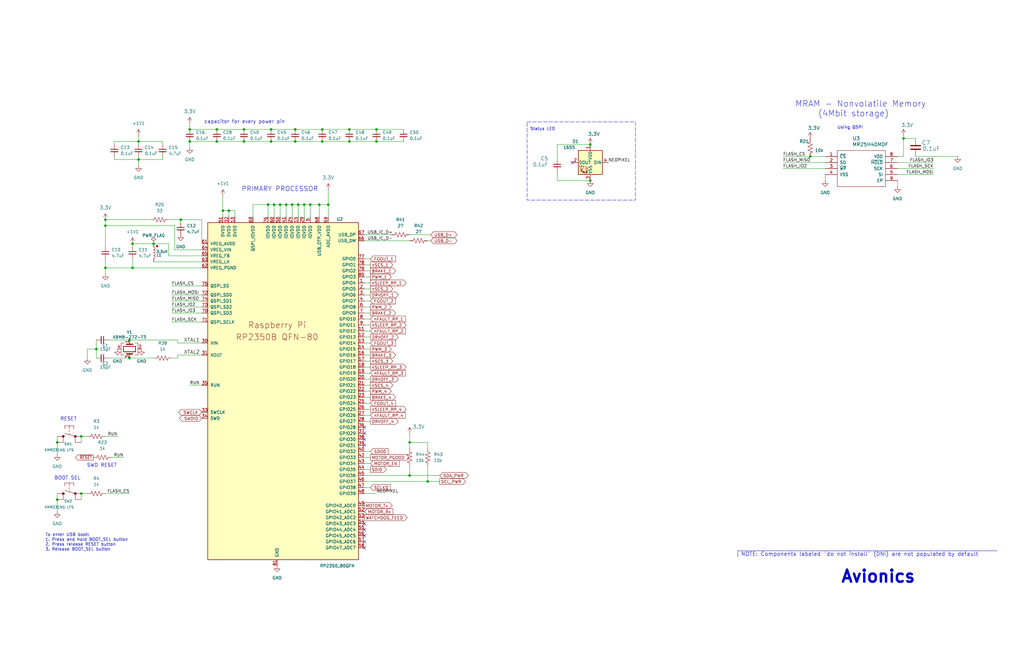
<source format=kicad_sch>
(kicad_sch (version 20250114) (generator "eeschema") (generator_version "9.0")
  (paper "USLedger")
  (title_block (title "Reaction Wheel Motor Board") (date "2025-08-27") (rev "1.2") (company "Stanford Student Space Initiative") (comment 1 "Carson Lauer"))
  (lib_symbols
    (symbol "Device:C" (pin_numbers (hide yes)) (pin_names (offset 0.254))
      (property "Reference" "C" (at 0.635 2.54 0))
      (property "Value" "C" (at 0.635 -2.54 0))
      (symbol "C_0_1"
        (polyline (pts (xy -2.032 0.762) (xy 2.032 0.762)) (stroke (width 0.508)))
        (polyline (pts (xy -2.032 -0.762) (xy 2.032 -0.762)) (stroke (width 0.508)))
      )
      (symbol "C_1_1"
        (pin passive line (at 0 3.81 270) (length 2.794) (name "~") (number "1"))
        (pin passive line (at 0 -3.81 90) (length 2.794) (name "~") (number "2"))
      )
    )
    (symbol "Device:C_Small" (pin_numbers (hide yes)) (pin_names (offset 0.254) (hide yes))
      (property "Reference" "C" (at 0.254 1.778 0))
      (property "Value" "C_Small" (at 0.254 -2.032 0))
      (symbol "C_Small_0_1"
        (polyline (pts (xy -1.524 0.508) (xy 1.524 0.508)) (stroke (width 0.3048)))
        (polyline (pts (xy -1.524 -0.508) (xy 1.524 -0.508)) (stroke (width 0.3302)))
      )
      (symbol "C_Small_1_1"
        (pin passive line (at 0 2.54 270) (length 2.032) (name "~") (number "1"))
        (pin passive line (at 0 -2.54 90) (length 2.032) (name "~") (number "2"))
      )
    )
    (symbol "Device:Crystal_GND24" (pin_names (offset 1.016) (hide yes))
      (property "Reference" "Y" (at 3.175 5.08 0))
      (property "Value" "Crystal_GND24" (at 3.175 3.175 0))
      (symbol "Crystal_GND24_0_1"
        (polyline (pts (xy -2.54 2.286) (xy -2.54 3.556) (xy 2.54 3.556) (xy 2.54 2.286)))
        (polyline (pts (xy -2.54 0) (xy -2.032 0)))
        (polyline (pts (xy -2.54 -2.286) (xy -2.54 -3.556) (xy 2.54 -3.556) (xy 2.54 -2.286)))
        (polyline (pts (xy -2.032 -1.27) (xy -2.032 1.27)) (stroke (width 0.508)))
        (rectangle (start -1.143 2.54) (end 1.143 -2.54) (stroke (width 0.3048)))
        (polyline (pts (xy 0 3.556) (xy 0 3.81)))
        (polyline (pts (xy 0 -3.81) (xy 0 -3.556)))
        (polyline (pts (xy 2.032 0) (xy 2.54 0)))
        (polyline (pts (xy 2.032 -1.27) (xy 2.032 1.27)) (stroke (width 0.508)))
      )
      (symbol "Crystal_GND24_1_1"
        (pin passive line (at -3.81 0 0) (length 1.27) (name "1") (number "1"))
        (pin passive line (at 0 5.08 270) (length 1.27) (name "2") (number "2"))
        (pin passive line (at 0 -5.08 90) (length 1.27) (name "4") (number "4"))
        (pin passive line (at 3.81 0 180) (length 1.27) (name "3") (number "3"))
      )
    )
    (symbol "Device:R_US" (pin_numbers (hide yes)) (pin_names (offset 0))
      (property "Reference" "R" (at 2.54 0 90))
      (property "Value" "R_US" (at -2.54 0 90))
      (symbol "R_US_0_1"
        (polyline (pts (xy 0 2.286) (xy 0 2.54)))
        (polyline (pts (xy 0 2.286) (xy 1.016 1.905) (xy 0 1.524) (xy -1.016 1.143) (xy 0 0.762)))
        (polyline (pts (xy 0 0.762) (xy 1.016 0.381) (xy 0 0) (xy -1.016 -0.381) (xy 0 -0.762)))
        (polyline (pts (xy 0 -0.762) (xy 1.016 -1.143) (xy 0 -1.524) (xy -1.016 -1.905) (xy 0 -2.286)))
        (polyline (pts (xy 0 -2.286) (xy 0 -2.54)))
      )
      (symbol "R_US_1_1"
        (pin passive line (at 0 3.81 270) (length 1.27) (name "~") (number "1"))
        (pin passive line (at 0 -3.81 90) (length 1.27) (name "~") (number "2"))
      )
    )
    (symbol "LED:WS2812B" (pin_names (offset 0.254))
      (property "Reference" "D" (at 5.08 5.715 0))
      (property "Value" "WS2812B" (at 1.27 -5.715 0))
      (symbol "WS2812B_0_0"
        (text "RGB" (at 2.286 -4.191 0) (effects (font (size 0.762 0.762))))
      )
      (symbol "WS2812B_0_1"
        (polyline (pts (xy 1.27 -2.54) (xy 1.778 -2.54)))
        (polyline (pts (xy 1.27 -3.556) (xy 1.778 -3.556)))
        (polyline (pts (xy 2.286 -1.524) (xy 1.27 -2.54) (xy 1.27 -2.032)))
        (polyline (pts (xy 2.286 -2.54) (xy 1.27 -3.556) (xy 1.27 -3.048)))
        (polyline (pts (xy 3.683 -1.016) (xy 3.683 -3.556) (xy 3.683 -4.064)))
        (polyline (pts (xy 4.699 -1.524) (xy 2.667 -1.524) (xy 3.683 -3.556) (xy 4.699 -1.524)))
        (polyline (pts (xy 4.699 -3.556) (xy 2.667 -3.556)))
        (rectangle (start 5.08 5.08) (end -5.08 -5.08) (stroke (width 0.254)) (fill (type background)))
      )
      (symbol "WS2812B_1_1"
        (pin input line (at -7.62 0 0) (length 2.54) (name "DIN") (number "4"))
        (pin power_in line (at 0 7.62 270) (length 2.54) (name "VDD") (number "1"))
        (pin power_in line (at 0 -7.62 90) (length 2.54) (name "VSS") (number "3"))
        (pin output line (at 7.62 0 180) (length 2.54) (name "DOUT") (number "2"))
      )
    )
    (symbol "power:+1V1" (power) (pin_numbers (hide yes)) (pin_names (offset 0) (hide yes))
      (property "Value" "+1V1" (at 0 3.556 0))
      (symbol "+1V1_0_1"
        (polyline (pts (xy -0.762 1.27) (xy 0 2.54)))
        (polyline (pts (xy 0 2.54) (xy 0.762 1.27)))
        (polyline (pts (xy 0 0) (xy 0 2.54)))
      )
      (symbol "+1V1_1_1"
        (pin power_in line (at 0 0 90) (length 0) (name "~") (number "1"))
      )
    )
    (symbol "power:+3.3V" (power) (pin_numbers (hide yes)) (pin_names (offset 0) (hide yes))
      (property "Value" "+3.3V" (at 0 3.556 0))
      (symbol "+3.3V_0_1"
        (polyline (pts (xy -0.762 1.27) (xy 0 2.54)))
        (polyline (pts (xy 0 2.54) (xy 0.762 1.27)))
        (polyline (pts (xy 0 0) (xy 0 2.54)))
      )
      (symbol "+3.3V_1_1"
        (pin power_in line (at 0 0 90) (length 0) (name "~") (number "1"))
      )
    )
    (symbol "power:GND" (power) (pin_numbers (hide yes)) (pin_names (offset 0) (hide yes))
      (property "Value" "GND" (at 0 -3.81 0))
      (symbol "GND_0_1"
        (polyline (pts (xy 0 0) (xy 0 -1.27) (xy 1.27 -1.27) (xy 0 -2.54) (xy -1.27 -1.27) (xy 0 -1.27)))
      )
      (symbol "GND_1_1"
        (pin power_in line (at 0 0 270) (length 0) (name "~") (number "1"))
      )
    )
    (symbol "power:PWR_FLAG" (power) (pin_numbers (hide yes)) (pin_names (offset 0) (hide yes))
      (property "Value" "PWR_FLAG" (at 0 3.81 0))
      (symbol "PWR_FLAG_0_0"
        (pin power_out line (at 0 0 90) (length 0) (name "~") (number "1"))
      )
      (symbol "PWR_FLAG_0_1"
        (polyline (pts (xy 0 0) (xy 0 1.27) (xy -1.016 1.905) (xy 0 2.54) (xy 1.016 1.905) (xy 0 1.27)))
      )
    )
    (symbol "ssi_IC:MR25H40MDF" (pin_names (offset 1.016))
      (property "Reference" "U" (at 11.43 7.62 0))
      (property "Value" "MR25H40MDF" (at 11.43 5.08 0))
      (symbol "MR25H40MDF_1_0"
        (polyline (pts (xy 5.08 2.54) (xy 5.08 -12.7)))
        (polyline (pts (xy 5.08 2.54) (xy 25.4 2.54)))
        (polyline (pts (xy 25.4 -12.7) (xy 5.08 -12.7)))
        (polyline (pts (xy 25.4 -12.7) (xy 25.4 2.54)))
        (pin input line (at 0 0 0) (length 5.08) (name "~{CS}") (number "1"))
        (pin output line (at 0 -2.54 0) (length 5.08) (name "SO") (number "2"))
        (pin input line (at 0 -5.08 0) (length 5.08) (name "~{WP}") (number "3"))
        (pin power_in line (at 0 -7.62 0) (length 5.08) (name "VSS") (number "4"))
        (pin power_in line (at 30.48 0 180) (length 5.08) (name "VDD") (number "8"))
        (pin input line (at 30.48 -2.54 180) (length 5.08) (name "~{HOLD}") (number "7"))
        (pin input line (at 30.48 -5.08 180) (length 5.08) (name "SCK") (number "6"))
        (pin input line (at 30.48 -7.62 180) (length 5.08) (name "SI") (number "5"))
        (pin power_in line (at 30.48 -10.16 180) (length 5.08) (name "EP") (number "9"))
      )
    )
    (symbol "ssi_IC:RP2350_80QFN" (pin_names (offset 1.016))
      (property "Reference" "U" (at -29.21 49.53 0))
      (property "Value" "RP2350_80QFN" (at 25.4 -96.52 0))
      (symbol "RP2350_80QFN_0_0"
        (text "Raspberry Pi" (at 0 5.08 0) (effects (font (size 2.54 2.54))))
      )
      (symbol "RP2350_80QFN_0_1"
        (rectangle (start -29.21 48.26) (end 34.29 -93.98) (stroke (width 0.254)) (fill (type background)))
      )
      (symbol "RP2350_80QFN_1_0"
        (text "RP2350B QFN-80" (at 0 0 0) (effects (font (size 2.54 2.54))))
      )
      (symbol "RP2350_80QFN_1_1"
        (pin power_out line (at -31.75 39.37 0) (length 2.54) (name "VREG_AVDD") (number "61"))
        (pin power_in line (at -31.75 36.83 0) (length 2.54) (name "VREG_VIN") (number "64"))
        (pin input line (at -31.75 34.29 0) (length 2.54) (name "VREG_FB") (number "65"))
        (pin power_out line (at -31.75 31.75 0) (length 2.54) (name "VREG_LX") (number "63"))
        (pin power_in line (at -31.75 29.21 0) (length 2.54) (name "VREG_PGND") (number "62"))
        (pin bidirectional line (at -31.75 21.59 0) (length 2.54) (name "QSPI_SS") (number "75"))
        (pin bidirectional line (at -31.75 17.78 0) (length 2.54) (name "QSPI_SD0") (number "72"))
        (pin bidirectional line (at -31.75 15.24 0) (length 2.54) (name "QSPI_SD1") (number "74"))
        (pin bidirectional line (at -31.75 12.7 0) (length 2.54) (name "QSPI_SD2") (number "73"))
        (pin bidirectional line (at -31.75 10.16 0) (length 2.54) (name "QSPI_SD3") (number "70"))
        (pin output line (at -31.75 6.35 0) (length 2.54) (name "QSPI_SCLK") (number "71"))
        (pin input line (at -31.75 -2.54 0) (length 2.54) (name "XIN") (number "30"))
        (pin passive line (at -31.75 -7.62 0) (length 2.54) (name "XOUT") (number "31"))
        (pin input line (at -31.75 -20.32 0) (length 2.54) (name "RUN") (number "35"))
        (pin output line (at -31.75 -31.75 0) (length 2.54) (name "SWCLK") (number "33"))
        (pin bidirectional line (at -31.75 -34.29 0) (length 2.54) (name "SWD") (number "34"))
        (pin power_in line (at -22.86 50.8 270) (length 2.54) (name "DVDD") (number "51"))
        (pin power_in line (at -20.32 50.8 270) (length 2.54) (name "DVDD") (number "32"))
        (pin power_in line (at -17.78 50.8 270) (length 2.54) (name "DVDD") (number "10"))
        (pin power_in line (at -10.16 50.8 270) (length 2.54) (name "QSPI_IOVDD") (number "69"))
        (pin power_in line (at -3.81 50.8 270) (length 2.54) (name "IOVDD") (number "76"))
        (pin power_in line (at -1.27 50.8 270) (length 2.54) (name "IOVDD") (number "60"))
        (pin power_in line (at 0 -96.52 90) (length 2.54) (name "GND") (number "81"))
        (pin power_in line (at 1.27 50.8 270) (length 2.54) (name "IOVDD") (number "50"))
        (pin power_in line (at 3.81 50.8 270) (length 2.54) (name "IOVDD") (number "41"))
        (pin power_in line (at 6.35 50.8 270) (length 2.54) (name "IOVDD") (number "24"))
        (pin power_in line (at 8.89 50.8 270) (length 2.54) (name "IOVDD") (number "15"))
        (pin power_in line (at 11.43 50.8 270) (length 2.54) (name "IOVDD") (number "29"))
        (pin power_in line (at 13.97 50.8 270) (length 2.54) (name "IOVDD") (number "5"))
        (pin power_in line (at 17.78 50.8 270) (length 2.54) (name "USB_OTP_VDD") (number "68"))
        (pin power_in line (at 21.59 50.8 270) (length 2.54) (name "ADC_AVDD") (number "59"))
        (pin bidirectional line (at 36.83 43.18 180) (length 2.54) (name "USB_DP") (number "67"))
        (pin bidirectional line (at 36.83 40.64 180) (length 2.54) (name "USB_DM") (number "66"))
        (pin bidirectional line (at 36.83 33.02 180) (length 2.54) (name "GPIO0") (number "77"))
        (pin bidirectional line (at 36.83 30.48 180) (length 2.54) (name "GPIO1") (number "78"))
        (pin bidirectional line (at 36.83 27.94 180) (length 2.54) (name "GPIO2") (number "79"))
        (pin bidirectional line (at 36.83 25.4 180) (length 2.54) (name "GPIO3") (number "80"))
        (pin bidirectional line (at 36.83 22.86 180) (length 2.54) (name "GPIO4") (number "1"))
        (pin bidirectional line (at 36.83 20.32 180) (length 2.54) (name "GPIO5") (number "2"))
        (pin bidirectional line (at 36.83 17.78 180) (length 2.54) (name "GPIO6") (number "3"))
        (pin bidirectional line (at 36.83 15.24 180) (length 2.54) (name "GPIO7") (number "4"))
        (pin bidirectional line (at 36.83 12.7 180) (length 2.54) (name "GPIO8") (number "6"))
        (pin bidirectional line (at 36.83 10.16 180) (length 2.54) (name "GPIO9") (number "7"))
        (pin bidirectional line (at 36.83 7.62 180) (length 2.54) (name "GPIO10") (number "8"))
        (pin bidirectional line (at 36.83 5.08 180) (length 2.54) (name "GPIO11") (number "9"))
        (pin bidirectional line (at 36.83 2.54 180) (length 2.54) (name "GPIO12") (number "11"))
        (pin bidirectional line (at 36.83 0 180) (length 2.54) (name "GPIO13") (number "12"))
        (pin bidirectional line (at 36.83 -2.54 180) (length 2.54) (name "GPIO14") (number "13"))
        (pin bidirectional line (at 36.83 -5.08 180) (length 2.54) (name "GPIO15") (number "14"))
        (pin bidirectional line (at 36.83 -7.62 180) (length 2.54) (name "GPIO16") (number "16"))
        (pin bidirectional line (at 36.83 -10.16 180) (length 2.54) (name "GPIO17") (number "17"))
        (pin bidirectional line (at 36.83 -12.7 180) (length 2.54) (name "GPIO18") (number "18"))
        (pin bidirectional line (at 36.83 -15.24 180) (length 2.54) (name "GPIO19") (number "19"))
        (pin bidirectional line (at 36.83 -17.78 180) (length 2.54) (name "GPIO20") (number "20"))
        (pin bidirectional line (at 36.83 -20.32 180) (length 2.54) (name "GPIO21") (number "21"))
        (pin bidirectional line (at 36.83 -22.86 180) (length 2.54) (name "GPIO22") (number "22"))
        (pin bidirectional line (at 36.83 -25.4 180) (length 2.54) (name "GPIO23") (number "23"))
        (pin bidirectional line (at 36.83 -27.94 180) (length 2.54) (name "GPIO24") (number "25"))
        (pin bidirectional line (at 36.83 -30.48 180) (length 2.54) (name "GPIO25") (number "26"))
        (pin bidirectional line (at 36.83 -33.02 180) (length 2.54) (name "GPIO26") (number "27"))
        (pin bidirectional line (at 36.83 -35.56 180) (length 2.54) (name "GPIO27") (number "28"))
        (pin bidirectional line (at 36.83 -38.1 180) (length 2.54) (name "GPIO28") (number "36"))
        (pin bidirectional line (at 36.83 -40.64 180) (length 2.54) (name "GPIO29") (number "37"))
        (pin bidirectional line (at 36.83 -43.18 180) (length 2.54) (name "GPIO30") (number "38"))
        (pin bidirectional line (at 36.83 -45.72 180) (length 2.54) (name "GPIO31") (number "39"))
        (pin bidirectional line (at 36.83 -48.26 180) (length 2.54) (name "GPIO32") (number "40"))
        (pin bidirectional line (at 36.83 -50.8 180) (length 2.54) (name "GPIO33") (number "42"))
        (pin bidirectional line (at 36.83 -53.34 180) (length 2.54) (name "GPIO34") (number "43"))
        (pin bidirectional line (at 36.83 -55.88 180) (length 2.54) (name "GPIO35") (number "44"))
        (pin bidirectional line (at 36.83 -58.42 180) (length 2.54) (name "GPIO36") (number "45"))
        (pin bidirectional line (at 36.83 -60.96 180) (length 2.54) (name "GPIO37") (number "46"))
        (pin bidirectional line (at 36.83 -63.5 180) (length 2.54) (name "GPIO38") (number "47"))
        (pin bidirectional line (at 36.83 -66.04 180) (length 2.54) (name "GPIO39") (number "48"))
        (pin bidirectional line (at 36.83 -71.12 180) (length 2.54) (name "GPIO40_ADC0") (number "49"))
        (pin bidirectional line (at 36.83 -73.66 180) (length 2.54) (name "GPIO41_ADC1") (number "52"))
        (pin bidirectional line (at 36.83 -76.2 180) (length 2.54) (name "GPIO42_ADC2") (number "53"))
        (pin bidirectional line (at 36.83 -78.74 180) (length 2.54) (name "GPIO43_ADC3") (number "54"))
        (pin bidirectional line (at 36.83 -81.28 180) (length 2.54) (name "GPIO44_ADC4") (number "55"))
        (pin bidirectional line (at 36.83 -83.82 180) (length 2.54) (name "GPIO45_ADC5") (number "56"))
        (pin bidirectional line (at 36.83 -86.36 180) (length 2.54) (name "GPIO46_ADC6") (number "57"))
        (pin bidirectional line (at 36.83 -88.9 180) (length 2.54) (name "GPIO47_ADC7") (number "58"))
      )
    )
    (symbol "ssi_inductor:AOTA-B201610S3R3-101-T" (pin_numbers (hide yes)) (pin_names (offset 1.016) (hide yes))
      (property "Reference" "L" (at 2.286 -1.016 0))
      (property "Value" "3.3uH" (at 3.302 0.508 0))
      (symbol "AOTA-B201610S3R3-101-T_0_1"
        (arc (start 0 2.54) (mid 0.6323 1.905) (end 0 1.27))
        (arc (start 0 1.27) (mid 0.6323 0.635) (end 0 0))
        (arc (start 0 0) (mid 0.6323 -0.635) (end 0 -1.27))
        (arc (start 0 -1.27) (mid 0.6323 -1.905) (end 0 -2.54))
      )
      (symbol "AOTA-B201610S3R3-101-T_1_1"
        (circle (center 1.524 2.794) (radius 0.381) (fill (type outline)))
        (pin passive line (at 0 3.81 270) (length 1.27) (name "1") (number "1"))
        (pin passive line (at 0 -3.81 90) (length 1.27) (name "2") (number "2"))
      )
    )
    (symbol "ssi_switch:KMR231NG LFS" (pin_names (offset 1.016))
      (property "Reference" "SW" (at -2.54 6.35 0))
      (property "Value" "KMR231NG LFS" (at -2.54 -5.08 0))
      (symbol "KMR231NG LFS_1_0"
        (circle (center -2.54 0) (radius 0.127) (stroke (width 0.4064)))
        (polyline (pts (xy -2.54 0) (xy 1.905 1.27)))
        (polyline (pts (xy -2.54 -2.54) (xy -2.54 0)))
        (polyline (pts (xy -1.905 4.445) (xy -1.905 3.175)))
        (polyline (pts (xy 0 4.445) (xy -1.905 4.445)))
        (polyline (pts (xy 0 4.445) (xy 0 3.175)))
        (polyline (pts (xy 0 2.54) (xy 0 1.905)))
        (polyline (pts (xy 0 1.27) (xy 0 0.635)))
        (polyline (pts (xy 1.905 4.445) (xy 0 4.445)))
        (polyline (pts (xy 1.905 4.445) (xy 1.905 3.175)))
        (polyline (pts (xy 1.905 0) (xy 2.54 0)))
        (circle (center 2.54 0) (radius 0.127) (stroke (width 0.4064)))
        (polyline (pts (xy 2.54 -2.54) (xy 2.54 0)))
        (pin passive line (at -5.08 0 0) (length 2.54) (name "P") (number "A"))
        (pin passive line (at -5.08 -2.54 0) (length 2.54) (name "P1") (number "A'"))
        (pin passive line (at 5.08 0 180) (length 2.54) (name "S") (number "B"))
        (pin passive line (at 5.08 -2.54 180) (length 2.54) (name "S1") (number "B'"))
      )
    )
  )
  (rectangle (start 222.25 51.435) (end 267.97 84.455) (stroke (width 0) (type dash)))
  (text "SWD RESET\n" (at 36.576 197.358 0) (effects (font (size 1.4986 1.4986)) (justify left bottom)))
  (text "Avionics" (at 354.33 246.38 0) (effects (font (size 5.08 5.08) (thickness 1.016) (bold yes)) (justify left bottom)))
  (text "MRAM - Nonvolatile Memory\n     (4Mbit storage)" (at 335.28 49.53 0) (effects (font (size 2.54 2.54)) (justify left bottom)))
  (text "BOOT SEL" (at 22.86 202.692 0) (effects (font (size 1.4986 1.4986)) (justify left bottom)))
  (text "Using QSPI" (at 353.06 54.61 0) (effects (font (size 1.27 1.27)) (justify left bottom)))
  (text "PRIMARY PROCESSOR" (at 101.854 81.026 0) (effects (font (size 2.0066 2.0066)) (justify left bottom)))
  (text "NOTE: Components labeled \"do not install\" (DNI) are not populated by default" (at 312.42 234.95 0) (effects (font (size 1.651 1.651)) (justify left bottom)))
  (text "RESET" (at 25.4 177.8 0) (effects (font (size 1.4986 1.4986)) (justify left bottom)))
  (text "To enter USB boot:\n1. Press and hold BOOT_SEL button\n2. Press release RESET button\n3. Release BOOT_SEL button" (at 19.05 228.854 0) (effects (font (size 1.27 1.27)) (justify left)))
  (text "capacitor for every power pin\n" (at 86.106 52.324 0) (effects (font (size 1.4986 1.4986)) (justify left bottom)))
  (text "Status LED" (at 223.52 55.245 0) (effects (font (size 1.27 1.27)) (justify left bottom)))
  (junction (at 34.29 208.28))
  (junction (at 124.46 59.69))
  (junction (at 54.61 151.13))
  (junction (at 114.3 54.61))
  (junction (at 58.42 67.31))
  (junction (at 180.34 203.2))
  (junction (at 138.43 86.36))
  (junction (at 248.92 76.2))
  (junction (at 24.13 186.69))
  (junction (at 125.73 86.36))
  (junction (at 80.01 54.61))
  (junction (at 147.32 59.69))
  (junction (at 381 58.42))
  (junction (at 91.44 59.69))
  (junction (at 128.27 86.36))
  (junction (at 341.63 66.04))
  (junction (at 55.88 102.87))
  (junction (at 130.81 86.36))
  (junction (at 120.65 86.36))
  (junction (at 44.45 92.71))
  (junction (at 134.62 86.36))
  (junction (at 76.2 92.71))
  (junction (at 118.11 86.36))
  (junction (at 96.52 88.9))
  (junction (at 158.75 54.61))
  (junction (at 44.45 113.03))
  (junction (at 248.92 60.96))
  (junction (at 172.72 200.66))
  (junction (at 34.29 184.15))
  (junction (at 102.87 59.69))
  (junction (at 115.57 86.36))
  (junction (at 102.87 54.61))
  (junction (at 147.32 54.61))
  (junction (at 58.42 59.69))
  (junction (at 124.46 54.61))
  (junction (at 172.72 186.69))
  (junction (at 55.88 113.03))
  (junction (at 91.44 54.61))
  (junction (at 40.64 147.32))
  (junction (at 24.13 210.82))
  (junction (at 158.75 59.69))
  (junction (at 93.98 88.9))
  (junction (at 135.89 54.61))
  (junction (at 54.61 143.51))
  (junction (at 114.3 59.69))
  (junction (at 123.19 86.36))
  (junction (at 113.03 86.36))
  (junction (at 44.45 95.25))
  (junction (at 80.01 59.69))
  (junction (at 64.77 102.87))
  (junction (at 135.89 59.69))
  (no_connect (at 153.67 226.06))
  (no_connect (at 153.67 231.14))
  (no_connect (at 241.3 68.58))
  (no_connect (at 153.67 180.34))
  (no_connect (at 153.67 187.96))
  (no_connect (at 153.67 185.42))
  (no_connect (at 153.67 220.98))
  (no_connect (at 153.67 182.88))
  (no_connect (at 153.67 223.52))
  (no_connect (at 153.67 228.6))
  (wire (pts (xy 156.21 129.54) (xy 153.67 129.54)))
  (wire (pts (xy 85.09 107.95) (xy 71.12 107.95)))
  (wire (pts (xy 115.57 86.36) (xy 115.57 91.44)))
  (wire (pts (xy 181.61 99.06) (xy 172.72 99.06)))
  (wire (pts (xy 115.57 86.36) (xy 113.03 86.36)))
  (wire (pts (xy 85.09 144.78) (xy 74.93 144.78)))
  (wire (pts (xy 44.45 92.71) (xy 44.45 95.25)))
  (wire (pts (xy 156.21 132.08) (xy 153.67 132.08)))
  (wire (pts (xy 74.93 149.86) (xy 74.93 151.13)))
  (wire (pts (xy 135.89 54.61) (xy 147.32 54.61)))
  (wire (pts (xy 24.13 210.82) (xy 24.13 215.9)))
  (wire (pts (xy 91.44 54.61) (xy 102.87 54.61)))
  (wire (pts (xy 48.26 67.31) (xy 58.42 67.31)))
  (wire (pts (xy 378.46 71.12) (xy 393.7 71.12)))
  (wire (pts (xy 72.39 151.13) (xy 74.93 151.13)))
  (wire (pts (xy 172.72 182.88) (xy 172.72 186.69)))
  (wire (pts (xy 106.68 86.36) (xy 113.03 86.36)))
  (polyline (pts (xy 311.15 234.95) (xy 311.15 232.41)))
  (wire (pts (xy 34.29 210.82) (xy 34.29 208.28)))
  (wire (pts (xy 80.01 162.56) (xy 85.09 162.56)))
  (wire (pts (xy 386.08 66.04) (xy 403.86 66.04)))
  (wire (pts (xy 153.67 127) (xy 156.21 127)))
  (wire (pts (xy 58.42 67.31) (xy 68.58 67.31)))
  (wire (pts (xy 153.67 121.92) (xy 156.21 121.92)))
  (wire (pts (xy 153.67 116.84) (xy 156.21 116.84)))
  (wire (pts (xy 72.39 124.46) (xy 85.09 124.46)))
  (wire (pts (xy 55.88 102.87) (xy 55.88 104.14)))
  (wire (pts (xy 72.39 120.65) (xy 85.09 120.65)))
  (wire (pts (xy 128.27 86.36) (xy 128.27 91.44)))
  (wire (pts (xy 99.06 91.44) (xy 99.06 88.9)))
  (wire (pts (xy 381 66.04) (xy 381 58.42)))
  (wire (pts (xy 72.39 129.54) (xy 85.09 129.54)))
  (wire (pts (xy 93.98 88.9) (xy 96.52 88.9)))
  (wire (pts (xy 156.21 154.94) (xy 153.67 154.94)))
  (wire (pts (xy 156.21 137.16) (xy 153.67 137.16)))
  (wire (pts (xy 153.67 193.04) (xy 156.21 193.04)))
  (wire (pts (xy 378.46 66.04) (xy 381 66.04)))
  (wire (pts (xy 80.01 54.61) (xy 91.44 54.61)))
  (wire (pts (xy 234.95 76.2) (xy 248.92 76.2)))
  (wire (pts (xy 185.42 203.2) (xy 180.34 203.2)))
  (wire (pts (xy 64.77 110.49) (xy 85.09 110.49)))
  (wire (pts (xy 185.42 200.66) (xy 172.72 200.66)))
  (wire (pts (xy 80.01 52.07) (xy 80.01 54.61)))
  (wire (pts (xy 73.66 105.41) (xy 73.66 95.25)))
  (wire (pts (xy 130.81 86.36) (xy 128.27 86.36)))
  (wire (pts (xy 58.42 57.15) (xy 58.42 59.69)))
  (wire (pts (xy 85.09 92.71) (xy 85.09 102.87)))
  (wire (pts (xy 153.67 205.74) (xy 156.21 205.74)))
  (wire (pts (xy 54.61 151.13) (xy 64.77 151.13)))
  (wire (pts (xy 153.67 157.48) (xy 156.21 157.48)))
  (wire (pts (xy 156.21 165.1) (xy 153.67 165.1)))
  (wire (pts (xy 44.45 184.15) (xy 49.53 184.15)))
  (wire (pts (xy 63.5 92.71) (xy 44.45 92.71)))
  (wire (pts (xy 36.83 147.32) (xy 40.64 147.32)))
  (wire (pts (xy 71.12 107.95) (xy 71.12 102.87)))
  (wire (pts (xy 123.19 86.36) (xy 123.19 91.44)))
  (wire (pts (xy 48.26 60.96) (xy 48.26 59.69)))
  (wire (pts (xy 124.46 54.61) (xy 135.89 54.61)))
  (wire (pts (xy 96.52 88.9) (xy 99.06 88.9)))
  (wire (pts (xy 153.67 200.66) (xy 172.72 200.66)))
  (wire (pts (xy 156.21 160.02) (xy 153.67 160.02)))
  (wire (pts (xy 120.65 86.36) (xy 118.11 86.36)))
  (wire (pts (xy 181.61 101.6) (xy 180.34 101.6)))
  (wire (pts (xy 102.87 54.61) (xy 114.3 54.61)))
  (wire (pts (xy 158.75 208.28) (xy 153.67 208.28)))
  (wire (pts (xy 72.39 135.89) (xy 85.09 135.89)))
  (wire (pts (xy 234.95 60.96) (xy 234.95 67.31)))
  (wire (pts (xy 54.61 143.51) (xy 74.93 143.51)))
  (wire (pts (xy 330.2 68.58) (xy 347.98 68.58)))
  (wire (pts (xy 58.42 67.31) (xy 58.42 69.85)))
  (wire (pts (xy 156.21 114.3) (xy 153.67 114.3)))
  (wire (pts (xy 80.01 59.69) (xy 80.01 62.23)))
  (wire (pts (xy 153.67 195.58) (xy 156.21 195.58)))
  (wire (pts (xy 58.42 59.69) (xy 58.42 60.96)))
  (wire (pts (xy 44.45 113.03) (xy 44.45 115.57)))
  (wire (pts (xy 93.98 88.9) (xy 93.98 91.44)))
  (wire (pts (xy 72.39 132.08) (xy 85.09 132.08)))
  (wire (pts (xy 347.98 73.66) (xy 347.98 76.2)))
  (wire (pts (xy 73.66 95.25) (xy 44.45 95.25)))
  (wire (pts (xy 153.67 162.56) (xy 156.21 162.56)))
  (wire (pts (xy 72.39 127) (xy 85.09 127)))
  (wire (pts (xy 147.32 54.61) (xy 158.75 54.61)))
  (wire (pts (xy 130.81 86.36) (xy 130.81 91.44)))
  (wire (pts (xy 44.45 208.28) (xy 54.61 208.28)))
  (wire (pts (xy 91.44 59.69) (xy 102.87 59.69)))
  (wire (pts (xy 234.95 60.96) (xy 248.92 60.96)))
  (wire (pts (xy 156.21 152.4) (xy 153.67 152.4)))
  (wire (pts (xy 156.21 119.38) (xy 153.67 119.38)))
  (wire (pts (xy 64.77 102.87) (xy 71.12 102.87)))
  (wire (pts (xy 156.21 111.76) (xy 153.67 111.76)))
  (wire (pts (xy 180.34 189.23) (xy 180.34 186.69)))
  (wire (pts (xy 135.89 59.69) (xy 147.32 59.69)))
  (wire (pts (xy 36.83 151.13) (xy 36.83 147.32)))
  (wire (pts (xy 106.68 91.44) (xy 106.68 86.36)))
  (wire (pts (xy 44.45 113.03) (xy 55.88 113.03)))
  (wire (pts (xy 80.01 59.69) (xy 91.44 59.69)))
  (wire (pts (xy 386.08 58.42) (xy 381 58.42)))
  (wire (pts (xy 156.21 177.8) (xy 153.67 177.8)))
  (wire (pts (xy 124.46 59.69) (xy 135.89 59.69)))
  (wire (pts (xy 330.2 71.12) (xy 347.98 71.12)))
  (wire (pts (xy 165.1 99.06) (xy 153.67 99.06)))
  (wire (pts (xy 156.21 147.32) (xy 153.67 147.32)))
  (wire (pts (xy 114.3 54.61) (xy 124.46 54.61)))
  (wire (pts (xy 153.67 175.26) (xy 156.21 175.26)))
  (wire (pts (xy 158.75 59.69) (xy 170.18 59.69)))
  (wire (pts (xy 153.67 190.5) (xy 156.21 190.5)))
  (wire (pts (xy 58.42 59.69) (xy 68.58 59.69)))
  (wire (pts (xy 378.46 73.66) (xy 393.7 73.66)))
  (wire (pts (xy 113.03 86.36) (xy 113.03 91.44)))
  (wire (pts (xy 76.2 92.71) (xy 71.12 92.71)))
  (wire (pts (xy 156.21 167.64) (xy 153.67 167.64)))
  (wire (pts (xy 114.3 59.69) (xy 124.46 59.69)))
  (wire (pts (xy 153.67 139.7) (xy 156.21 139.7)))
  (wire (pts (xy 156.21 142.24) (xy 153.67 142.24)))
  (wire (pts (xy 45.72 143.51) (xy 54.61 143.51)))
  (wire (pts (xy 118.11 86.36) (xy 118.11 91.44)))
  (wire (pts (xy 76.2 92.71) (xy 76.2 93.98)))
  (wire (pts (xy 378.46 76.2) (xy 378.46 78.74)))
  (wire (pts (xy 156.21 172.72) (xy 153.67 172.72)))
  (wire (pts (xy 180.34 186.69) (xy 172.72 186.69)))
  (wire (pts (xy 134.62 86.36) (xy 130.81 86.36)))
  (wire (pts (xy 24.13 184.15) (xy 24.13 186.69)))
  (wire (pts (xy 156.21 149.86) (xy 153.67 149.86)))
  (wire (pts (xy 74.93 144.78) (xy 74.93 143.51)))
  (wire (pts (xy 55.88 113.03) (xy 85.09 113.03)))
  (wire (pts (xy 85.09 149.86) (xy 74.93 149.86)))
  (wire (pts (xy 34.29 208.28) (xy 36.83 208.28)))
  (wire (pts (xy 48.26 66.04) (xy 48.26 67.31)))
  (wire (pts (xy 85.09 92.71) (xy 76.2 92.71)))
  (wire (pts (xy 330.2 66.04) (xy 341.63 66.04)))
  (polyline (pts (xy 311.15 232.41) (xy 420.37 232.41)))
  (wire (pts (xy 341.63 66.04) (xy 347.98 66.04)))
  (wire (pts (xy 44.45 109.22) (xy 44.45 113.03)))
  (wire (pts (xy 234.95 72.39) (xy 234.95 76.2)))
  (wire (pts (xy 46.99 193.04) (xy 52.07 193.04)))
  (wire (pts (xy 134.62 86.36) (xy 134.62 91.44)))
  (wire (pts (xy 40.64 147.32) (xy 40.64 151.13)))
  (wire (pts (xy 34.29 186.69) (xy 34.29 184.15)))
  (wire (pts (xy 378.46 68.58) (xy 393.7 68.58)))
  (wire (pts (xy 102.87 59.69) (xy 114.3 59.69)))
  (wire (pts (xy 24.13 186.69) (xy 24.13 191.77)))
  (wire (pts (xy 125.73 86.36) (xy 125.73 91.44)))
  (wire (pts (xy 48.26 59.69) (xy 58.42 59.69)))
  (wire (pts (xy 153.67 203.2) (xy 180.34 203.2)))
  (wire (pts (xy 58.42 66.04) (xy 58.42 67.31)))
  (wire (pts (xy 118.11 86.36) (xy 115.57 86.36)))
  (wire (pts (xy 172.72 186.69) (xy 172.72 189.23)))
  (wire (pts (xy 158.75 54.61) (xy 170.18 54.61)))
  (wire (pts (xy 156.21 124.46) (xy 153.67 124.46)))
  (wire (pts (xy 138.43 86.36) (xy 134.62 86.36)))
  (wire (pts (xy 24.13 208.28) (xy 24.13 210.82)))
  (wire (pts (xy 153.67 198.12) (xy 156.21 198.12)))
  (wire (pts (xy 381 58.42) (xy 381 57.15)))
  (wire (pts (xy 96.52 91.44) (xy 96.52 88.9)))
  (wire (pts (xy 125.73 86.36) (xy 123.19 86.36)))
  (wire (pts (xy 172.72 101.6) (xy 153.67 101.6)))
  (wire (pts (xy 147.32 59.69) (xy 158.75 59.69)))
  (wire (pts (xy 153.67 109.22) (xy 156.21 109.22)))
  (wire (pts (xy 68.58 60.96) (xy 68.58 59.69)))
  (wire (pts (xy 180.34 196.85) (xy 180.34 203.2)))
  (wire (pts (xy 40.64 143.51) (xy 40.64 147.32)))
  (wire (pts (xy 138.43 86.36) (xy 138.43 91.44)))
  (wire (pts (xy 153.67 134.62) (xy 156.21 134.62)))
  (wire (pts (xy 172.72 196.85) (xy 172.72 200.66)))
  (wire (pts (xy 153.67 170.18) (xy 156.21 170.18)))
  (wire (pts (xy 45.72 151.13) (xy 54.61 151.13)))
  (wire (pts (xy 153.67 144.78) (xy 156.21 144.78)))
  (wire (pts (xy 85.09 105.41) (xy 73.66 105.41)))
  (wire (pts (xy 120.65 86.36) (xy 120.65 91.44)))
  (wire (pts (xy 68.58 66.04) (xy 68.58 67.31)))
  (wire (pts (xy 55.88 109.22) (xy 55.88 113.03)))
  (wire (pts (xy 93.98 82.55) (xy 93.98 88.9)))
  (wire (pts (xy 55.88 102.87) (xy 64.77 102.87)))
  (wire (pts (xy 44.45 95.25) (xy 44.45 104.14)))
  (wire (pts (xy 138.43 80.01) (xy 138.43 86.36)))
  (wire (pts (xy 128.27 86.36) (xy 125.73 86.36)))
  (wire (pts (xy 123.19 86.36) (xy 120.65 86.36)))
  (wire (pts (xy 34.29 184.15) (xy 36.83 184.15)))
  (label "NEOPIXEL" (at 256.54 68.58 0))
  (label "FLASH_CS" (at 54.61 208.28 180))
  (label "RUN" (at 52.07 193.04 180))
  (label "XTAL1" (at 77.47 144.78 0) (effects (font (size 1.524 1.524))))
  (label "FLASH_MOSI" (at 72.39 124.46 0))
  (label "RUN" (at 49.53 184.15 180))
  (label "USB_IC_D-" (at 154.94 101.6 0))
  (label "FLASH_CS" (at 72.39 120.65 0))
  (label "FLASH_MISO" (at 72.39 127 0))
  (label "USB_IC_D+" (at 154.94 99.06 0))
  (label "FLASH_CS" (at 330.2 66.04 0))
  (label "FLASH_MOSI" (at 393.7 73.66 180))
  (label "NEOPIXEL" (at 158.75 208.28 0))
  (label "FLASH_IO2" (at 72.39 129.54 0))
  (label "XTAL2" (at 77.47 149.86 0) (effects (font (size 1.524 1.524))))
  (label "FLASH_IO3" (at 393.7 68.58 180))
  (label "RUN" (at 80.01 162.56 0))
  (label "FLASH_SCK" (at 72.39 135.89 0))
  (label "FLASH_IO2" (at 330.2 71.12 0))
  (label "FLASH_MISO" (at 330.2 68.58 0))
  (label "FLASH_IO3" (at 72.39 132.08 0))
  (label "FLASH_SCK" (at 393.7 71.12 180))
  (global_label "DRVOFF_1" (shape output) (at 156.21 124.46 0) (property "Intersheetrefs" "${INTERSHEET_REFS}" (effects (hide yes))))
  (global_label "PWM_2" (shape output) (at 156.21 129.54 0) (property "Intersheetrefs" "${INTERSHEET_REFS}" (effects (hide yes))))
  (global_label "SDO0" (shape input) (at 156.21 190.5 0) (property "Intersheetrefs" "${INTERSHEET_REFS}" (effects (hide yes))))
  (global_label "WATCHDOG_FEED" (shape output) (at 153.67 218.44 0) (property "Intersheetrefs" "${INTERSHEET_REFS}" (effects (hide yes))))
  (global_label "BRAKE_3" (shape output) (at 156.21 149.86 0) (property "Intersheetrefs" "${INTERSHEET_REFS}" (effects (hide yes))))
  (global_label "SWCLK" (shape bidirectional) (at 85.09 173.99 180) (property "Intersheetrefs" "${INTERSHEET_REFS}" (effects (hide yes))))
  (global_label "nSLEEP_RP_4" (shape output) (at 156.21 172.72 0) (property "Intersheetrefs" "${INTERSHEET_REFS}" (effects (hide yes))))
  (global_label "MOTOR_PGOOD" (shape output) (at 156.21 193.04 0) (property "Intersheetrefs" "${INTERSHEET_REFS}" (effects (hide yes))))
  (global_label "FGOUT_1" (shape input) (at 156.21 109.22 0) (property "Intersheetrefs" "${INTERSHEET_REFS}" (effects (hide yes))))
  (global_label "SDA_PWR" (shape bidirectional) (at 185.42 200.66 0) (property "Intersheetrefs" "${INTERSHEET_REFS}" (effects (hide yes))))
  (global_label "nSCS_3" (shape output) (at 156.21 152.4 0) (property "Intersheetrefs" "${INTERSHEET_REFS}" (effects (hide yes))))
  (global_label "USB_D-" (shape bidirectional) (at 181.61 101.6 0) (property "Intersheetrefs" "${INTERSHEET_REFS}" (effects (hide yes))))
  (global_label "nFAULT_RP_4" (shape input) (at 156.21 175.26 0) (property "Intersheetrefs" "${INTERSHEET_REFS}" (effects (hide yes))))
  (global_label "nSCS_4" (shape output) (at 156.21 162.56 0) (property "Intersheetrefs" "${INTERSHEET_REFS}" (effects (hide yes))))
  (global_label "BRAKE_4" (shape output) (at 156.21 167.64 0) (property "Intersheetrefs" "${INTERSHEET_REFS}" (effects (hide yes))))
  (global_label "nSLEEP_RP_1" (shape output) (at 156.21 119.38 0) (property "Intersheetrefs" "${INTERSHEET_REFS}" (effects (hide yes))))
  (global_label "nSCS_2" (shape output) (at 156.21 121.92 0) (property "Intersheetrefs" "${INTERSHEET_REFS}" (effects (hide yes))))
  (global_label "DRVOFF_2" (shape output) (at 156.21 142.24 0) (property "Intersheetrefs" "${INTERSHEET_REFS}" (effects (hide yes))))
  (global_label "nFAULT_RP_3" (shape input) (at 156.21 157.48 0) (property "Intersheetrefs" "${INTERSHEET_REFS}" (effects (hide yes))))
  (global_label "MOTOR_Tx" (shape output) (at 153.67 213.36 0) (property "Intersheetrefs" "${INTERSHEET_REFS}" (effects (hide yes))))
  (global_label "USB_D+" (shape bidirectional) (at 181.61 99.06 0) (property "Intersheetrefs" "${INTERSHEET_REFS}" (effects (hide yes))))
  (global_label "SDI0" (shape output) (at 156.21 198.12 0) (property "Intersheetrefs" "${INTERSHEET_REFS}" (effects (hide yes))))
  (global_label "~{RESET}" (shape output) (at 39.37 193.04 180) (effects (font (size 1.1684 1.1684))) (property "Intersheetrefs" "${INTERSHEET_REFS}" (effects (hide yes))))
  (global_label "FGOUT_4" (shape input) (at 156.21 170.18 0) (property "Intersheetrefs" "${INTERSHEET_REFS}" (effects (hide yes))))
  (global_label "BRAKE_2" (shape output) (at 156.21 132.08 0) (property "Intersheetrefs" "${INTERSHEET_REFS}" (effects (hide yes))))
  (global_label "MOTOR_EN" (shape input) (at 156.21 195.58 0) (property "Intersheetrefs" "${INTERSHEET_REFS}" (effects (hide yes))))
  (global_label "PWM_3" (shape output) (at 156.21 147.32 0) (property "Intersheetrefs" "${INTERSHEET_REFS}" (effects (hide yes))))
  (global_label "DRVOFF_3" (shape output) (at 156.21 160.02 0) (property "Intersheetrefs" "${INTERSHEET_REFS}" (effects (hide yes))))
  (global_label "SCLK0" (shape input) (at 156.21 205.74 0) (property "Intersheetrefs" "${INTERSHEET_REFS}" (effects (hide yes))))
  (global_label "nSLEEP_RP_3" (shape output) (at 156.21 154.94 0) (property "Intersheetrefs" "${INTERSHEET_REFS}" (effects (hide yes))))
  (global_label "DRVOFF_4" (shape output) (at 156.21 177.8 0) (property "Intersheetrefs" "${INTERSHEET_REFS}" (effects (hide yes))))
  (global_label "nFAULT_RP_1" (shape input) (at 156.21 134.62 0) (property "Intersheetrefs" "${INTERSHEET_REFS}" (effects (hide yes))))
  (global_label "nSLEEP_RP_2" (shape output) (at 156.21 137.16 0) (property "Intersheetrefs" "${INTERSHEET_REFS}" (effects (hide yes))))
  (global_label "nSCS_1" (shape output) (at 156.21 111.76 0) (property "Intersheetrefs" "${INTERSHEET_REFS}" (effects (hide yes))))
  (global_label "FGOUT_2" (shape input) (at 156.21 127 0) (property "Intersheetrefs" "${INTERSHEET_REFS}" (effects (hide yes))))
  (global_label "BRAKE_1" (shape output) (at 156.21 114.3 0) (property "Intersheetrefs" "${INTERSHEET_REFS}" (effects (hide yes))))
  (global_label "MOTOR_Rx" (shape input) (at 153.67 215.9 0) (property "Intersheetrefs" "${INTERSHEET_REFS}" (effects (hide yes))))
  (global_label "FGOUT_3" (shape input) (at 156.21 144.78 0) (property "Intersheetrefs" "${INTERSHEET_REFS}" (effects (hide yes))))
  (global_label "SWDIO" (shape bidirectional) (at 85.09 176.53 180) (property "Intersheetrefs" "${INTERSHEET_REFS}" (effects (hide yes))))
  (global_label "PWM_1" (shape output) (at 156.21 116.84 0) (property "Intersheetrefs" "${INTERSHEET_REFS}" (effects (hide yes))))
  (global_label "SCL_PWR" (shape output) (at 185.42 203.2 0) (property "Intersheetrefs" "${INTERSHEET_REFS}" (effects (hide yes))))
  (global_label "nFAULT_RP_2" (shape input) (at 156.21 139.7 0) (property "Intersheetrefs" "${INTERSHEET_REFS}" (effects (hide yes))))
  (global_label "PWM_4" (shape output) (at 156.21 165.1 0) (property "Intersheetrefs" "${INTERSHEET_REFS}" (effects (hide yes))))
  (symbol (lib_id "Device:R_US") (at 68.58 151.13 90) (unit 1)
    (property "Reference" "R38" (at 68.58 144.78 90))
    (property "Value" "1k" (at 68.58 147.32 90))
    (property "Footprint" "Resistor_SMD:R_0603_1608Metric" (effects (hide yes)))
    (property "Description" "Resistor, US symbol" (effects (hide yes)))
  )
  (symbol (lib_id "Device:C_Small") (at 102.87 57.15 0) (unit 1)
    (property "Reference" "C40" (at 105.41 55.8862 0) (effects (justify left)))
    (property "Value" "0.1uF" (at 105.41 58.4262 0) (effects (justify left)))
    (property "Footprint" "Capacitor_SMD:C_0603_1608Metric" (effects (hide yes)))
    (property "Description" "Unpolarized capacitor, small symbol" (effects (hide yes)))
  )
  (symbol (lib_id "Device:C_Small") (at 114.3 57.15 0) (unit 1)
    (property "Reference" "C45" (at 116.84 55.8862 0) (effects (justify left)))
    (property "Value" "0.1uF" (at 116.84 58.4262 0) (effects (justify left)))
    (property "Footprint" "Capacitor_SMD:C_0603_1608Metric" (effects (hide yes)))
    (property "Description" "Unpolarized capacitor, small symbol" (effects (hide yes)))
  )
  (symbol (lib_id "power:GND") (at 36.83 151.13 0) (unit 1)
    (property "Reference" "#PWR09" (effects (hide yes)))
    (property "Value" "GND" (at 36.83 156.21 0))
    (property "Description" "Power symbol creates a global label with name \"GND\" , ground" (effects (hide yes)))
  )
  (symbol (lib_id "ssi_IC:RP2350_80QFN") (at 116.84 142.24 0) (unit 1)
    (property "Reference" "U2" (at 143.256 92.456 0))
    (property "Value" "RP2350_80QFN" (at 142.24 238.76 0))
    (property "Footprint" "ssi_IC:RP2350-QFN-80-1EP_10x10_P0.4mm_EP3.4x3.4mm_ThermalVias" (effects (hide yes)))
    (property "Datasheet" "https://datasheets.raspberrypi.com/rp2350/rp2350-datasheet.pdf" (effects (hide yes)))
  )
  (symbol (lib_id "power:GND") (at 116.84 238.76 0) (unit 1)
    (property "Reference" "#PWR068" (effects (hide yes)))
    (property "Value" "GND" (at 116.84 243.84 0))
  )
  (symbol (lib_id "power:GND") (at 378.46 78.74 0) (unit 1)
    (property "Reference" "#PWR017" (effects (hide yes)))
    (property "Value" "GND" (at 378.46 83.82 0))
  )
  (symbol (lib_id "ssi_switch:KMR231NG LFS") (at 29.21 184.15 0) (mirror y) (unit 1)
    (property "Reference" "SW1" (at 30.48 187.96 0) (effects (font (size 1.0668 1.0668)) (justify left bottom)))
    (property "Value" "KMR231NG LFS" (at 31.115 190.5 0) (effects (font (size 1.0668 1.0668)) (justify left bottom)))
    (property "Footprint" "ssi_switch:BTN_KMR2_4.6X2.8" (effects (hide yes)))
    (property "Datasheet" "https://www.ckswitches.com/media/1479/kmr2.pdf" (effects (hide yes)))
    (property "Description" "Tactile Switch SPST-NO" (effects (hide yes)))
    (property "Flight" "KMR231NG LFS" (effects (hide yes)))
    (property "Manufacturer_Name" "C&K" (effects (hide yes)))
    (property "Manufacturer_Part_Number" "KMR231NG LFS" (effects (hide yes)))
    (property "Proto" "KMR231NG LFS" (effects (hide yes)))
  )
  (symbol (lib_id "Device:C_Small") (at 43.18 143.51 270) (mirror x) (unit 1)
    (property "Reference" "C1" (at 44.4246 145.796 90))
    (property "Value" "15pF" (at 44.45 147.32 90))
    (property "Footprint" "Capacitor_SMD:C_0603_1608Metric" (effects (hide yes)))
    (property "Description" "Unpolarized capacitor, small symbol" (effects (hide yes)))
  )
  (symbol (lib_id "power:+1V1") (at 93.98 82.55 0) (unit 1)
    (property "Reference" "#PWR067" (effects (hide yes)))
    (property "Value" "+1V1" (at 93.98 77.47 0))
    (property "Description" "Power symbol creates a global label with name \"+1V1\"" (effects (hide yes)))
  )
  (symbol (lib_id "Device:C") (at 386.08 62.23 0) (unit 1)
    (property "Reference" "C7" (at 388.62 61.214 0) (effects (font (size 1.778 1.778)) (justify left bottom)))
    (property "Value" "0.1uF" (at 388.874 63.754 0) (effects (font (size 1.778 1.778)) (justify left bottom)))
    (property "Footprint" "Capacitor_SMD:C_0603_1608Metric" (effects (hide yes)))
    (property "Description" "Unpolarized capacitor" (effects (hide yes)))
  )
  (symbol (lib_id "power:+3.3V") (at 80.01 52.07 0) (unit 1)
    (property "Reference" "#P+04" (effects (hide yes)))
    (property "Value" "3.3V" (at 80.01 46.99 0) (effects (font (size 1.4986 1.4986))))
    (property "Description" "Power symbol creates a global label with name \"+3.3V\"" (effects (hide yes)))
  )
  (symbol (lib_id "Device:C_Small") (at 55.88 106.68 0) (unit 1)
    (property "Reference" "C11" (at 58.42 105.4162 0) (effects (justify left)))
    (property "Value" "4.7uF" (at 58.42 107.9562 0) (effects (justify left)))
    (property "Footprint" "Capacitor_SMD:C_0603_1608Metric" (effects (hide yes)))
    (property "Description" "Unpolarized capacitor, small symbol" (effects (hide yes)))
  )
  (symbol (lib_id "Device:R_US") (at 40.64 184.15 90) (unit 1)
    (property "Reference" "R3" (at 40.64 177.8 90))
    (property "Value" "1k" (at 40.64 180.34 90))
    (property "Footprint" "Resistor_SMD:R_0603_1608Metric" (effects (hide yes)))
    (property "Description" "Resistor, US symbol" (effects (hide yes)))
  )
  (symbol (lib_id "Device:C_Small") (at 80.01 57.15 0) (unit 1)
    (property "Reference" "C16" (at 82.55 55.8862 0) (effects (justify left)))
    (property "Value" "0.1uF" (at 82.55 58.4262 0) (effects (justify left)))
    (property "Footprint" "Capacitor_SMD:C_0603_1608Metric" (effects (hide yes)))
    (property "Description" "Unpolarized capacitor, small symbol" (effects (hide yes)))
  )
  (symbol (lib_id "Device:C_Small") (at 58.42 63.5 0) (unit 1)
    (property "Reference" "C14" (at 60.96 62.2362 0) (effects (justify left)))
    (property "Value" "0.1uF" (at 60.96 64.7762 0) (effects (justify left)))
    (property "Footprint" "Capacitor_SMD:C_0603_1608Metric" (effects (hide yes)))
    (property "Description" "Unpolarized capacitor, small symbol" (effects (hide yes)))
  )
  (symbol (lib_id "Device:C_Small") (at 68.58 63.5 0) (unit 1)
    (property "Reference" "C15" (at 71.12 62.2362 0) (effects (justify left)))
    (property "Value" "4.7uF" (at 71.12 64.7762 0) (effects (justify left)))
    (property "Footprint" "Capacitor_SMD:C_0603_1608Metric" (effects (hide yes)))
    (property "Description" "Unpolarized capacitor, small symbol" (effects (hide yes)))
  )
  (symbol (lib_id "power:GND") (at 44.45 115.57 0) (unit 1)
    (property "Reference" "#PWR056" (effects (hide yes)))
    (property "Value" "GND" (at 44.45 120.65 0))
    (property "Description" "Power symbol creates a global label with name \"GND\" , ground" (effects (hide yes)))
  )
  (symbol (lib_id "Device:C_Small") (at 135.89 57.15 0) (unit 1)
    (property "Reference" "C47" (at 138.43 55.8862 0) (effects (justify left)))
    (property "Value" "0.1uF" (at 138.43 58.4262 0) (effects (justify left)))
    (property "Footprint" "Capacitor_SMD:C_0603_1608Metric" (effects (hide yes)))
    (property "Description" "Unpolarized capacitor, small symbol" (effects (hide yes)))
  )
  (symbol (lib_id "power:GND") (at 59.69 147.32 0) (unit 1)
    (property "Reference" "#PWR064" (effects (hide yes)))
    (property "Value" "GND" (at 59.69 152.4 0))
    (property "Description" "Power symbol creates a global label with name \"GND\" , ground" (effects (hide yes)))
  )
  (symbol (lib_id "power:GND") (at 24.13 191.77 0) (unit 1)
    (property "Reference" "#PWR05" (effects (hide yes)))
    (property "Value" "GND" (at 24.13 196.85 0))
  )
  (symbol (lib_id "Device:R_US") (at 43.18 193.04 90) (unit 1)
    (property "Reference" "R23" (at 43.18 186.69 90))
    (property "Value" "1k" (at 43.18 189.23 90))
    (property "Footprint" "Resistor_SMD:R_0603_1608Metric" (effects (hide yes)))
    (property "Description" "Resistor, US symbol" (effects (hide yes)))
  )
  (symbol (lib_id "power:GND") (at 58.42 69.85 0) (unit 1)
    (property "Reference" "#PWR071" (effects (hide yes)))
    (property "Value" "GND" (at 58.42 74.93 0))
  )
  (symbol (lib_id "Device:C_Small") (at 43.18 151.13 270) (mirror x) (unit 1)
    (property "Reference" "C2" (at 44.4246 153.416 90))
    (property "Value" "15pF" (at 44.45 154.94 90))
    (property "Footprint" "Capacitor_SMD:C_0603_1608Metric" (effects (hide yes)))
    (property "Description" "Unpolarized capacitor, small symbol" (effects (hide yes)))
  )
  (symbol (lib_id "Device:R_US") (at 168.91 99.06 90) (unit 1)
    (property "Reference" "R41" (at 168.91 92.71 90))
    (property "Value" "27" (at 168.91 95.25 90))
    (property "Footprint" "Resistor_SMD:R_0603_1608Metric" (effects (hide yes)))
    (property "Description" "Resistor, US symbol" (effects (hide yes)))
  )
  (symbol (lib_id "Device:R_US") (at 172.72 193.04 180) (unit 1)
    (property "Reference" "R44" (at 175.26 191.7699 0) (effects (justify right)))
    (property "Value" "10k" (at 175.26 194.3099 0) (effects (justify right)))
    (property "Footprint" "Resistor_SMD:R_0603_1608Metric" (effects (hide yes)))
    (property "Description" "Resistor, US symbol" (effects (hide yes)))
  )
  (symbol (lib_id "Device:R_US") (at 40.64 208.28 90) (unit 1)
    (property "Reference" "R4" (at 40.64 201.93 90))
    (property "Value" "1k" (at 40.64 204.47 90))
    (property "Footprint" "Resistor_SMD:R_0603_1608Metric" (effects (hide yes)))
    (property "Description" "Resistor, US symbol" (effects (hide yes)))
  )
  (symbol (lib_id "Device:C_Small") (at 124.46 57.15 0) (unit 1)
    (property "Reference" "C46" (at 127 55.8862 0) (effects (justify left)))
    (property "Value" "0.1uF" (at 127 58.4262 0) (effects (justify left)))
    (property "Footprint" "Capacitor_SMD:C_0603_1608Metric" (effects (hide yes)))
    (property "Description" "Unpolarized capacitor, small symbol" (effects (hide yes)))
  )
  (symbol (lib_id "Device:C_Small") (at 44.45 106.68 0) (unit 1)
    (property "Reference" "C10" (at 46.99 105.4162 0) (effects (justify left)))
    (property "Value" "4.7uF" (at 46.99 107.9562 0) (effects (justify left)))
    (property "Footprint" "Capacitor_SMD:C_0603_1608Metric" (effects (hide yes)))
    (property "Description" "Unpolarized capacitor, small symbol" (effects (hide yes)))
  )
  (symbol (lib_id "Device:C_Small") (at 76.2 96.52 0) (unit 1)
    (property "Reference" "C12" (at 78.74 95.2562 0) (effects (justify left)))
    (property "Value" "4.7uF" (at 78.74 97.7962 0) (effects (justify left)))
    (property "Footprint" "Capacitor_SMD:C_0603_1608Metric" (effects (hide yes)))
    (property "Description" "Unpolarized capacitor, small symbol" (effects (hide yes)))
  )
  (symbol (lib_id "power:+3.3V") (at 138.43 80.01 0) (unit 1)
    (property "Reference" "#P+02" (effects (hide yes)))
    (property "Value" "3.3V" (at 138.43 74.93 0) (effects (font (size 1.4986 1.4986))))
    (property "Description" "Power symbol creates a global label with name \"+3.3V\"" (effects (hide yes)))
  )
  (symbol (lib_id "power:GND") (at 403.86 66.04 0) (unit 1)
    (property "Reference" "#PWR018" (effects (hide yes)))
    (property "Value" "GND" (at 403.86 71.12 0))
  )
  (symbol (lib_id "Device:R_US") (at 341.63 62.23 0) (mirror x) (unit 1)
    (property "Reference" "R21" (at 339.09 59.69 0))
    (property "Value" "10k" (at 345.44 63.5 0))
    (property "Footprint" "Resistor_SMD:R_0603_1608Metric" (effects (hide yes)))
    (property "Description" "10k 0603" (effects (hide yes)))
  )
  (symbol (lib_id "ssi_IC:MR25H40MDF") (at 347.98 66.04 0) (unit 1)
    (property "Reference" "U3" (at 359.41 58.42 0) (effects (font (size 1.4986 1.4986)) (justify left)))
    (property "Value" "MR25H40MDF" (at 359.41 60.96 0) (effects (font (size 1.4986 1.4986)) (justify left)))
    (property "Footprint" "ssi_IC:SON127P600X500X90-9N" (effects (hide yes)))
    (property "Datasheet" "https://www.winbond.com/resource-files/w25q80dv%20dl_revh_10022015.pdf" (effects (hide yes)))
    (property "Description" "Non-Volatile Memory" (effects (hide yes)))
    (property "Flight" "MR25H40MDF" (effects (hide yes)))
    (property "Manufacturer_Name" "Everspin Technologies Inc." (effects (hide yes)))
    (property "Manufacturer_Part_Number" "W25Q80DVSNIG" (effects (hide yes)))
    (property "Proto" "W25Q80DVSNIG" (effects (hide yes)))
  )
  (symbol (lib_id "Device:C_Small") (at 91.44 57.15 0) (unit 1)
    (property "Reference" "C28" (at 93.98 55.8862 0) (effects (justify left)))
    (property "Value" "0.1uF" (at 93.98 58.4262 0) (effects (justify left)))
    (property "Footprint" "Capacitor_SMD:C_0603_1608Metric" (effects (hide yes)))
    (property "Description" "Unpolarized capacitor, small symbol" (effects (hide yes)))
  )
  (symbol (lib_id "Device:Crystal_GND24") (at 54.61 147.32 270) (unit 1)
    (property "Reference" "Y1" (at 53.34 140.208 90) (effects (justify left)))
    (property "Value" "ABM8-272-T3" (at 47.498 142.24 90) (effects (justify left)))
    (property "Footprint" "Crystal:Crystal_SMD_3225-4Pin_3.2x2.5mm" (effects (hide yes)))
    (property "Datasheet" "https://abracon.com/datasheets/ABM8-272-T3.pdf" (effects (hide yes)))
  )
  (symbol (lib_id "Device:C_Small") (at 158.75 57.15 0) (unit 1)
    (property "Reference" "C49" (at 161.29 55.8862 0) (effects (justify left)))
    (property "Value" "0.1uF" (at 161.29 58.4262 0) (effects (justify left)))
    (property "Footprint" "Capacitor_SMD:C_0603_1608Metric" (effects (hide yes)))
    (property "Description" "Unpolarized capacitor, small symbol" (effects (hide yes)))
  )
  (symbol (lib_id "ssi_switch:KMR231NG LFS") (at 29.21 208.28 0) (mirror y) (unit 1)
    (property "Reference" "SW2" (at 30.48 212.09 0) (effects (font (size 1.0668 1.0668)) (justify left bottom)))
    (property "Value" "KMR231NG LFS" (at 31.115 214.63 0) (effects (font (size 1.0668 1.0668)) (justify left bottom)))
    (property "Footprint" "ssi_switch:BTN_KMR2_4.6X2.8" (effects (hide yes)))
    (property "Datasheet" "https://www.ckswitches.com/media/1479/kmr2.pdf" (effects (hide yes)))
    (property "Description" "Tactile Switch SPST-NO" (effects (hide yes)))
    (property "Flight" "KMR231NG LFS" (effects (hide yes)))
    (property "Manufacturer_Name" "C&K" (effects (hide yes)))
    (property "Manufacturer_Part_Number" "KMR231NG LFS" (effects (hide yes)))
    (property "Proto" "KMR231NG LFS" (effects (hide yes)))
  )
  (symbol (lib_id "power:GND") (at 49.53 147.32 0) (unit 1)
    (property "Reference" "#PWR062" (effects (hide yes)))
    (property "Value" "GND" (at 49.53 152.4 0))
    (property "Description" "Power symbol creates a global label with name \"GND\" , ground" (effects (hide yes)))
  )
  (symbol (lib_id "Device:R_US") (at 67.31 92.71 90) (unit 1)
    (property "Reference" "R20" (at 67.31 86.36 90))
    (property "Value" "33" (at 67.31 88.9 90))
    (property "Footprint" "Resistor_SMD:R_0603_1608Metric" (effects (hide yes)))
    (property "Description" "Resistor, US symbol" (effects (hide yes)))
  )
  (symbol (lib_id "Device:C_Small") (at 147.32 57.15 0) (unit 1)
    (property "Reference" "C48" (at 149.86 55.8862 0) (effects (justify left)))
    (property "Value" "0.1uF" (at 149.86 58.4262 0) (effects (justify left)))
    (property "Footprint" "Capacitor_SMD:C_0603_1608Metric" (effects (hide yes)))
    (property "Description" "Unpolarized capacitor, small symbol" (effects (hide yes)))
  )
  (symbol (lib_id "Device:C_Small") (at 170.18 57.15 0) (unit 1)
    (property "Reference" "C50" (at 172.72 55.8862 0) (effects (justify left)))
    (property "Value" "0.1uF" (at 172.72 58.4262 0) (effects (justify left)))
    (property "Footprint" "Capacitor_SMD:C_0603_1608Metric" (effects (hide yes)))
    (property "Description" "Unpolarized capacitor, small symbol" (effects (hide yes)))
  )
  (symbol (lib_id "power:GND") (at 248.92 76.2 0) (unit 1)
    (property "Reference" "#PWR011" (effects (hide yes)))
    (property "Value" "GND" (at 248.92 81.28 0))
  )
  (symbol (lib_id "LED:WS2812B") (at 248.92 68.58 0) (mirror y) (unit 1)
    (property "Reference" "D1" (at 241.3 59.69 0) (effects (justify right)))
    (property "Value" "1655" (at 237.49 62.23 0) (effects (justify right)))
    (property "Footprint" "LED_SMD:LED_WS2812B_PLCC4_5.0x5.0mm_P3.2mm" (effects (hide yes)))
    (property "Datasheet" "https://cdn-shop.adafruit.com/datasheets/WS2812B.pdf" (effects (hide yes)))
    (property "Description" "RGB LED \"Neopixel\"" (effects (hide yes)))
    (property "Flight" "SK6812" (effects (hide yes)))
    (property "Manufacturer_Name" "Worldsemi" (effects (hide yes)))
    (property "Manufacturer_Part_Number" "SK6812" (effects (hide yes)))
    (property "Proto" "SK6812" (effects (hide yes)))
  )
  (symbol (lib_id "Device:C_Small") (at 48.26 63.5 0) (unit 1)
    (property "Reference" "C13" (at 50.8 62.2362 0) (effects (justify left)))
    (property "Value" "0.1uF" (at 50.8 64.7762 0) (effects (justify left)))
    (property "Footprint" "Capacitor_SMD:C_0603_1608Metric" (effects (hide yes)))
    (property "Description" "Unpolarized capacitor, small symbol" (effects (hide yes)))
  )
  (symbol (lib_id "power:GND") (at 347.98 76.2 0) (unit 1)
    (property "Reference" "#PWR016" (effects (hide yes)))
    (property "Value" "GND" (at 347.98 81.28 0))
  )
  (symbol (lib_id "power:+3.3V") (at 44.45 92.71 0) (unit 1)
    (property "Reference" "#P+01" (effects (hide yes)))
    (property "Value" "3.3V" (at 44.45 87.63 0) (effects (font (size 1.4986 1.4986))))
    (property "Description" "Power symbol creates a global label with name \"+3.3V\"" (effects (hide yes)))
  )
  (symbol (lib_id "Device:R_US") (at 180.34 193.04 180) (unit 1)
    (property "Reference" "R43" (at 182.88 191.7699 0) (effects (justify right)))
    (property "Value" "10k" (at 182.88 194.3099 0) (effects (justify right)))
    (property "Footprint" "Resistor_SMD:R_0603_1608Metric" (effects (hide yes)))
    (property "Description" "Resistor, US symbol" (effects (hide yes)))
  )
  (symbol (lib_id "power:+3.3V") (at 248.92 60.96 0) (unit 1)
    (property "Reference" "#SUPPLY014" (effects (hide yes)))
    (property "Value" "3.3V" (at 247.904 57.404 0) (effects (font (size 1.4986 1.4986)) (justify left bottom)))
    (property "Description" "Power symbol creates a global label with name \"+3.3V\"" (effects (hide yes)))
  )
  (symbol (lib_id "power:PWR_FLAG") (at 64.77 102.87 0) (unit 1)
    (property "Reference" "#FLG02" (effects (hide yes)))
    (property "Value" "PWR_FLAG" (at 64.77 99.3681 0))
  )
  (symbol (lib_id "power:GND") (at 80.01 62.23 0) (unit 1)
    (property "Reference" "#PWR073" (effects (hide yes)))
    (property "Value" "GND" (at 80.01 67.31 0))
    (property "Description" "Power symbol creates a global label with name \"GND\" , ground" (effects (hide yes)))
  )
  (symbol (lib_id "power:GND") (at 24.13 215.9 0) (unit 1)
    (property "Reference" "#PWR06" (effects (hide yes)))
    (property "Value" "GND" (at 24.13 220.98 0))
  )
  (symbol (lib_id "power:+3.3V") (at 172.72 182.88 0) (unit 1)
    (property "Reference" "#P+03" (effects (hide yes)))
    (property "Value" "3.3V" (at 176.53 180.086 0) (effects (font (size 1.4986 1.4986))))
    (property "Description" "Power symbol creates a global label with name \"+3.3V\"" (effects (hide yes)))
  )
  (symbol (lib_id "power:+1V1") (at 55.88 102.87 0) (unit 1)
    (property "Reference" "#PWR063" (effects (hide yes)))
    (property "Value" "+1V1" (at 55.88 97.79 0))
    (property "Description" "Power symbol creates a global label with name \"+1V1\"" (effects (hide yes)))
  )
  (symbol (lib_id "ssi_inductor:AOTA-B201610S3R3-101-T") (at 64.77 106.68 0) (unit 1)
    (property "Reference" "L1" (at 67.056 107.696 0) (effects (font (size 1.0668 1.0668))))
    (property "Value" "3.3uH" (at 68.326 106.172 0) (effects (font (size 1.0668 1.0668))))
    (property "Footprint" "ssi_inductor:polarized" (effects (hide yes)))
    (property "Datasheet" "https://abracon.com/datasheets/AOTA-B201610S3R3-101-T.pdf" (effects (hide yes)))
    (property "Description" "custom made inductor by raspberry pi" (effects (hide yes)))
  )
  (symbol (lib_id "Device:R_US") (at 176.53 101.6 90) (unit 1)
    (property "Reference" "R42" (at 176.53 95.25 90))
    (property "Value" "27" (at 176.53 97.79 90))
    (property "Footprint" "Resistor_SMD:R_0603_1608Metric" (effects (hide yes)))
    (property "Description" "Resistor, US symbol" (effects (hide yes)))
  )
  (symbol (lib_id "power:+1V1") (at 58.42 57.15 0) (unit 1)
    (property "Reference" "#PWR070" (effects (hide yes)))
    (property "Value" "+1V1" (at 58.42 52.07 0))
    (property "Description" "Power symbol creates a global label with name \"+1V1\"" (effects (hide yes)))
  )
  (symbol (lib_id "Device:C_Small") (at 234.95 69.85 0) (unit 1)
    (property "Reference" "C5" (at 231.14 66.04 0) (effects (font (size 1.4986 1.4986)) (justify right top)))
    (property "Value" "0.1uF" (at 231.14 68.58 0) (effects (font (size 1.4986 1.4986)) (justify right top)))
    (property "Footprint" "Capacitor_SMD:C_0603_1608Metric" (effects (hide yes)))
    (property "Description" "Unpolarized capacitor, small symbol" (effects (hide yes)))
  )
  (symbol (lib_id "power:+3.3V") (at 341.63 58.42 0) (unit 1)
    (property "Reference" "#SUPPLY08" (effects (hide yes)))
    (property "Value" "3.3V" (at 340.614 54.864 0) (effects (font (size 1.4986 1.4986)) (justify left bottom)))
    (property "Description" "Power symbol creates a global label with name \"+3.3V\"" (effects (hide yes)))
  )
  (symbol (lib_id "power:+3.3V") (at 381 57.15 0) (unit 1)
    (property "Reference" "#SUPPLY018" (effects (hide yes)))
    (property "Value" "3.3V" (at 379.984 53.594 0) (effects (font (size 1.4986 1.4986)) (justify left bottom)))
    (property "Description" "Power symbol creates a global label with name \"+3.3V\"" (effects (hide yes)))
  )
  (symbol (lib_id "power:GND") (at 76.2 99.06 0) (unit 1)
    (property "Reference" "#PWR066" (effects (hide yes)))
    (property "Value" "GND" (at 76.2 104.14 0))
    (property "Description" "Power symbol creates a global label with name \"GND\" , ground" (effects (hide yes)))
  )
)
</source>
